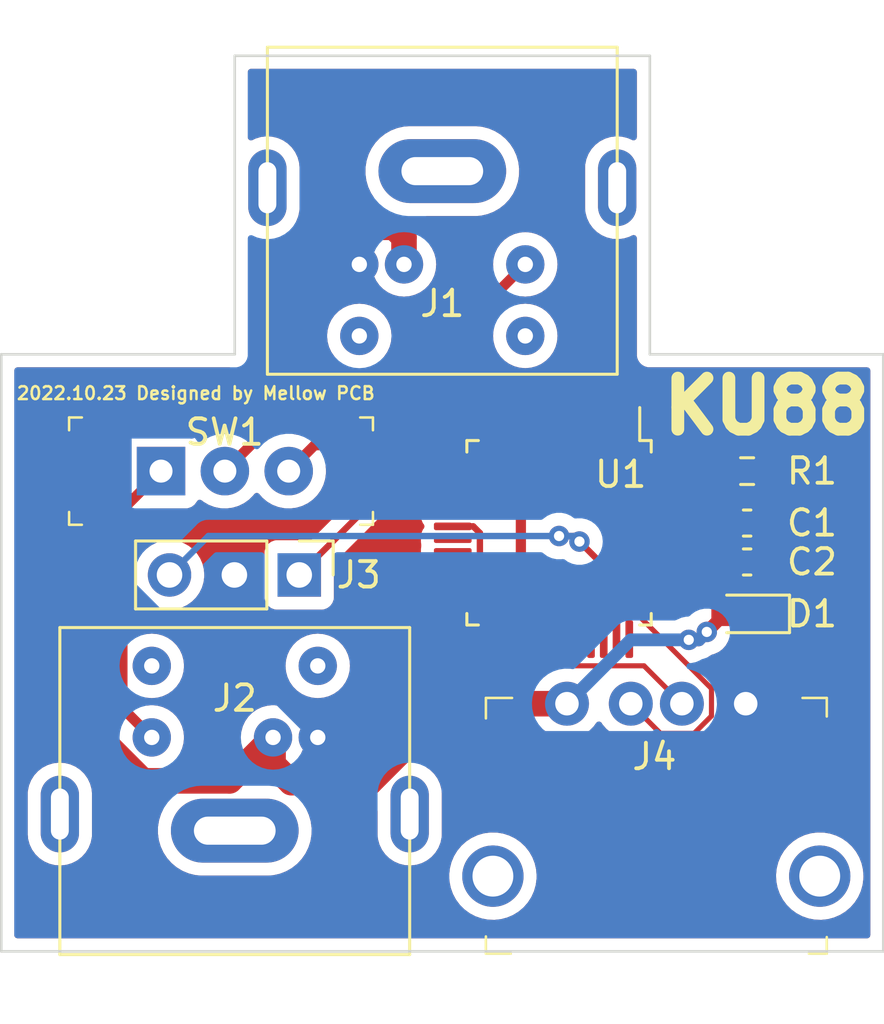
<source format=kicad_pcb>
(kicad_pcb (version 20211014) (generator pcbnew)
  (layers (0 "F.Cu" signal) (31 "B.Cu" signal) (34 "B.Paste" user) (35 "F.Paste" user) (36 "B.SilkS" user "B.Silkscreen") (37 "F.SilkS" user "F.Silkscreen") (38 "B.Mask" user) (39 "F.Mask" user) (44 "Edge.Cuts" user))
  (net 0 "")
  (net 1 "Net-(C1-Pad1)")
  (net 2 "GND")
  (net 3 "+5V")
  (net 4 "Net-(D1-Pad1)")
  (net 5 "/RXD")
  (net 8 "/RXD1")
  (net 11 "/BOOT")
  (net 12 "/TX")
  (net 13 "/D-")
  (net 14 "/D+")
  (net 15 "Net-(R1-Pad1)")
  (net 16 "/RX1")
  (footprint "Capacitor_SMD:C_0603_1608Metric_Pad1.08x0.95mm_HandSolder" (layer "F.Cu") (at 126.746 133.604)
    (fp_text reference "C1" (at 2.54 0) (layer "F.SilkS"))
    (fp_text value "4.7u")
    (fp_line (start -0.146267 0.51) (end 0.146267 0.51) (layer "F.SilkS") (width 0.12))
    (fp_line (start -0.146267 -0.51) (end 0.146267 -0.51) (layer "F.SilkS") (width 0.12))
    (pad "1" smd roundrect (at -0.8625 0) (size 1.075 0.95) (layers "F.Cu" "F.Paste" "F.Mask") (net 1 "Net-(C1-Pad1)"))
    (pad "2" smd roundrect (at 0.8625 0) (size 1.075 0.95) (layers "F.Cu" "F.Paste" "F.Mask") (net 2 "GND"))
  )
  (footprint "Package_QFP:LQFP-48_7x7mm_P0.5mm" (layer "F.Cu") (at 119.38 133.985 -90)
    (fp_text reference "U1" (at -2.286 -2.413 180) (layer "F.SilkS"))
    (fp_text value "CH559")
    (fp_line (start -3.61 -3.61) (end -3.61 -3.16) (layer "F.SilkS") (width 0.12))
    (fp_line (start -3.61 -3.16) (end -4.9 -3.16) (layer "F.SilkS") (width 0.12))
    (fp_line (start 3.61 -3.61) (end 3.61 -3.16) (layer "F.SilkS") (width 0.12))
    (fp_line (start 3.16 3.61) (end 3.61 3.61) (layer "F.SilkS") (width 0.12))
    (fp_line (start 3.61 3.61) (end 3.61 3.16) (layer "F.SilkS") (width 0.12))
    (fp_line (start -3.16 3.61) (end -3.61 3.61) (layer "F.SilkS") (width 0.12))
    (fp_line (start 3.16 -3.61) (end 3.61 -3.61) (layer "F.SilkS") (width 0.12))
    (fp_line (start -3.61 3.61) (end -3.61 3.16) (layer "F.SilkS") (width 0.12))
    (fp_line (start -3.16 -3.61) (end -3.61 -3.61) (layer "F.SilkS") (width 0.12))
    (pad "1" smd roundrect (at -4.1625 -2.75 270) (size 1.475 0.3) (layers "F.Cu" "F.Paste" "F.Mask"))
    (pad "2" smd roundrect (at -4.1625 -2.25 270) (size 1.475 0.3) (layers "F.Cu" "F.Paste" "F.Mask"))
    (pad "3" smd roundrect (at -4.1625 -1.75 270) (size 1.475 0.3) (layers "F.Cu" "F.Paste" "F.Mask"))
    (pad "4" smd roundrect (at -4.1625 -1.25 270) (size 1.475 0.3) (layers "F.Cu" "F.Paste" "F.Mask"))
    (pad "5" smd roundrect (at -4.1625 -0.75 270) (size 1.475 0.3) (layers "F.Cu" "F.Paste" "F.Mask"))
    (pad "6" smd roundrect (at -4.1625 -0.25 270) (size 1.475 0.3) (layers "F.Cu" "F.Paste" "F.Mask"))
    (pad "7" smd roundrect (at -4.1625 0.25 270) (size 1.475 0.3) (layers "F.Cu" "F.Paste" "F.Mask"))
    (pad "8" smd roundrect (at -4.1625 0.75 270) (size 1.475 0.3) (layers "F.Cu" "F.Paste" "F.Mask"))
    (pad "9" smd roundrect (at -4.1625 1.25 270) (size 1.475 0.3) (layers "F.Cu" "F.Paste" "F.Mask"))
    (pad "10" smd roundrect (at -4.1625 1.75 270) (size 1.475 0.3) (layers "F.Cu" "F.Paste" "F.Mask"))
    (pad "11" smd roundrect (at -4.1625 2.25 270) (size 1.475 0.3) (layers "F.Cu" "F.Paste" "F.Mask"))
    (pad "12" smd roundrect (at -4.1625 2.75 270) (size 1.475 0.3) (layers "F.Cu" "F.Paste" "F.Mask"))
    (pad "13" smd roundrect (at -2.75 4.1625 270) (size 0.3 1.475) (layers "F.Cu" "F.Paste" "F.Mask"))
    (pad "14" smd roundrect (at -2.25 4.1625 270) (size 0.3 1.475) (layers "F.Cu" "F.Paste" "F.Mask"))
    (pad "15" smd roundrect (at -1.75 4.1625 270) (size 0.3 1.475) (layers "F.Cu" "F.Paste" "F.Mask"))
    (pad "16" smd roundrect (at -1.25 4.1625 270) (size 0.3 1.475) (layers "F.Cu" "F.Paste" "F.Mask") (net 11 "/BOOT"))
    (pad "17" smd roundrect (at -0.75 4.1625 270) (size 0.3 1.475) (layers "F.Cu" "F.Paste" "F.Mask"))
    (pad "18" smd roundrect (at -0.25 4.1625 270) (size 0.3 1.475) (layers "F.Cu" "F.Paste" "F.Mask") (net 2 "GND"))
    (pad "19" smd roundrect (at 0.25 4.1625 270) (size 0.3 1.475) (layers "F.Cu" "F.Paste" "F.Mask"))
    (pad "20" smd roundrect (at 0.75 4.1625 270) (size 0.3 1.475) (layers "F.Cu" "F.Paste" "F.Mask"))
    (pad "21" smd roundrect (at 1.25 4.1625 270) (size 0.3 1.475) (layers "F.Cu" "F.Paste" "F.Mask"))
    (pad "22" smd roundrect (at 1.75 4.1625 270) (size 0.3 1.475) (layers "F.Cu" "F.Paste" "F.Mask"))
    (pad "23" smd roundrect (at 2.25 4.1625 270) (size 0.3 1.475) (layers "F.Cu" "F.Paste" "F.Mask"))
    (pad "24" smd roundrect (at 2.75 4.1625 270) (size 0.3 1.475) (layers "F.Cu" "F.Paste" "F.Mask"))
    (pad "25" smd roundrect (at 4.1625 2.75 270) (size 1.475 0.3) (layers "F.Cu" "F.Paste" "F.Mask"))
    (pad "26" smd roundrect (at 4.1625 2.25 270) (size 1.475 0.3) (layers "F.Cu" "F.Paste" "F.Mask"))
    (pad "27" smd roundrect (at 4.1625 1.75 270) (size 1.475 0.3) (layers "F.Cu" "F.Paste" "F.Mask") (net 16 "/RX1"))
    (pad "28" smd roundrect (at 4.1625 1.25 270) (size 1.475 0.3) (layers "F.Cu" "F.Paste" "F.Mask") (net 16 "/RX1"))
    (pad "29" smd roundrect (at 4.1625 0.75 270) (size 1.475 0.3) (layers "F.Cu" "F.Paste" "F.Mask"))
    (pad "30" smd roundrect (at 4.1625 0.25 270) (size 1.475 0.3) (layers "F.Cu" "F.Paste" "F.Mask"))
    (pad "31" smd roundrect (at 4.1625 -0.25 270) (size 1.475 0.3) (layers "F.Cu" "F.Paste" "F.Mask") (net 14 "/D+"))
    (pad "32" smd roundrect (at 4.1625 -0.75 270) (size 1.475 0.3) (layers "F.Cu" "F.Paste" "F.Mask") (net 13 "/D-"))
    (pad "33" smd roundrect (at 4.1625 -1.25 270) (size 1.475 0.3) (layers "F.Cu" "F.Paste" "F.Mask"))
    (pad "34" smd roundrect (at 4.1625 -1.75 270) (size 1.475 0.3) (layers "F.Cu" "F.Paste" "F.Mask"))
    (pad "35" smd roundrect (at 4.1625 -2.25 270) (size 1.475 0.3) (layers "F.Cu" "F.Paste" "F.Mask"))
    (pad "36" smd roundrect (at 4.1625 -2.75 270) (size 1.475 0.3) (layers "F.Cu" "F.Paste" "F.Mask"))
    (pad "37" smd roundrect (at 2.75 -4.1625 270) (size 0.3 1.475) (layers "F.Cu" "F.Paste" "F.Mask") (net 12 "/TX"))
    (pad "38" smd roundrect (at 2.25 -4.1625 270) (size 0.3 1.475) (layers "F.Cu" "F.Paste" "F.Mask"))
    (pad "39" smd roundrect (at 1.75 -4.1625 270) (size 0.3 1.475) (layers "F.Cu" "F.Paste" "F.Mask"))
    (pad "40" smd roundrect (at 1.25 -4.1625 270) (size 0.3 1.475) (layers "F.Cu" "F.Paste" "F.Mask"))
    (pad "41" smd roundrect (at 0.75 -4.1625 270) (size 0.3 1.475) (layers "F.Cu" "F.Paste" "F.Mask") (net 3 "+5V"))
    (pad "42" smd roundrect (at 0.25 -4.1625 270) (size 0.3 1.475) (layers "F.Cu" "F.Paste" "F.Mask") (net 1 "Net-(C1-Pad1)"))
    (pad "43" smd roundrect (at -0.25 -4.1625 270) (size 0.3 1.475) (layers "F.Cu" "F.Paste" "F.Mask"))
    (pad "44" smd roundrect (at -0.75 -4.1625 270) (size 0.3 1.475) (layers "F.Cu" "F.Paste" "F.Mask"))
    (pad "45" smd roundrect (at -1.25 -4.1625 270) (size 0.3 1.475) (layers "F.Cu" "F.Paste" "F.Mask"))
    (pad "46" smd roundrect (at -1.75 -4.1625 270) (size 0.3 1.475) (layers "F.Cu" "F.Paste" "F.Mask"))
    (pad "47" smd roundrect (at -2.25 -4.1625 270) (size 0.3 1.475) (layers "F.Cu" "F.Paste" "F.Mask") (net 15 "Net-(R1-Pad1)"))
    (pad "48" smd roundrect (at -2.75 -4.1625 270) (size 0.3 1.475) (layers "F.Cu" "F.Paste" "F.Mask"))
  )
  (footprint "Diode_SMD:D_0603_1608Metric_Pad1.05x0.95mm_HandSolder" (layer "F.Cu") (at 126.746 137.16 180)
    (fp_text reference "D1" (at -2.54 0) (layer "F.SilkS"))
    (fp_text value "LED")
    (fp_line (start -1.66 0.735) (end 0.8 0.735) (layer "F.SilkS") (width 0.12))
    (fp_line (start 0.8 -0.735) (end -1.66 -0.735) (layer "F.SilkS") (width 0.12))
    (fp_line (start -1.66 -0.735) (end -1.66 0.735) (layer "F.SilkS") (width 0.12))
    (pad "1" smd roundrect (at -0.875 0 180) (size 1.05 0.95) (layers "F.Cu" "F.Paste" "F.Mask") (net 4 "Net-(D1-Pad1)"))
    (pad "2" smd roundrect (at 0.875 0 180) (size 1.05 0.95) (layers "F.Cu" "F.Paste" "F.Mask") (net 3 "+5V"))
  )
  (footprint "Resistor_SMD:R_0603_1608Metric_Pad0.98x0.95mm_HandSolder" (layer "F.Cu") (at 126.746 131.572)
    (fp_text reference "R1" (at 2.54 0) (layer "F.SilkS"))
    (fp_text value "1K")
    (fp_line (start -0.254724 -0.5225) (end 0.254724 -0.5225) (layer "F.SilkS") (width 0.12))
    (fp_line (start -0.254724 0.5225) (end 0.254724 0.5225) (layer "F.SilkS") (width 0.12))
    (pad "1" smd roundrect (at -0.9125 0) (size 0.975 0.95) (layers "F.Cu" "F.Paste" "F.Mask") (net 15 "Net-(R1-Pad1)"))
    (pad "2" smd roundrect (at 0.9125 0) (size 0.975 0.95) (layers "F.Cu" "F.Paste" "F.Mask") (net 4 "Net-(D1-Pad1)"))
  )
  (footprint "Capacitor_SMD:C_0603_1608Metric_Pad1.08x0.95mm_HandSolder" (layer "F.Cu") (at 126.746 135.128)
    (fp_text reference "C2" (at 2.54 0) (layer "F.SilkS"))
    (fp_text value "100n")
    (fp_line (start -0.146267 0.51) (end 0.146267 0.51) (layer "F.SilkS") (width 0.12))
    (fp_line (start -0.146267 -0.51) (end 0.146267 -0.51) (layer "F.SilkS") (width 0.12))
    (pad "1" smd roundrect (at -0.8625 0) (size 1.075 0.95) (layers "F.Cu" "F.Paste" "F.Mask") (net 3 "+5V"))
    (pad "2" smd roundrect (at 0.8625 0) (size 1.075 0.95) (layers "F.Cu" "F.Paste" "F.Mask") (net 2 "GND"))
  )
  (footprint "toyoshim:Mini-DIN 5 Pin Connector" (layer "F.Cu") (at 106.68 150.495)
    (fp_text reference "J2" (at 0 -10.033 unlocked) (layer "F.SilkS"))
    (fp_text value "Mini-DIN-5")
    (fp_line (start 6.85 0) (end 6.85 -12.8) (layer "F.SilkS") (width 0.12))
    (fp_line (start -6.85 -12.8) (end 6.85 -12.8) (layer "F.SilkS") (width 0.12))
    (fp_line (start -6.85 0) (end -6.85 -12.8) (layer "F.SilkS") (width 0.12))
    (fp_line (start -6.85 0) (end 6.85 0) (layer "F.SilkS") (width 0.12))
    (pad "" thru_hole oval (at 0 -4.85) (size 5 2.5) (drill oval 3.2 1.1) (layers *.Cu *.Mask))
    (pad "" thru_hole oval (at -6.85 -5.5) (size 1.5 3) (drill oval 0.7 2) (layers *.Cu *.Mask))
    (pad "" thru_hole oval (at 6.85 -5.5) (size 1.5 3) (drill oval 0.7 2) (layers *.Cu *.Mask))
    (pad "1" thru_hole circle (at 1.5 -8.5) (size 1.5 1.5) (drill 0.6) (layers *.Cu *.Mask) (net 3 "+5V"))
    (pad "2" thru_hole circle (at 3.25 -8.5) (size 1.5 1.5) (drill 0.6) (layers *.Cu *.Mask) (net 2 "GND"))
    (pad "3" thru_hole circle (at -3.25 -8.5) (size 1.5 1.5) (drill 0.6) (layers *.Cu *.Mask) (net 8 "/RXD1"))
    (pad "4" thru_hole circle (at 3.25 -11.3) (size 1.5 1.5) (drill 0.6) (layers *.Cu *.Mask))
    (pad "5" thru_hole circle (at -3.25 -11.3) (size 1.5 1.5) (drill 0.6) (layers *.Cu *.Mask))
  )
  (footprint "toyoshim:Mini-DIN 5 Pin Connector" (layer "F.Cu") (at 114.808 114.98 180)
    (fp_text reference "J1" (at 0 -10.033 unlocked) (layer "F.SilkS"))
    (fp_text value "PC88 KEY CONN")
    (fp_line (start -6.85 0) (end 6.85 0) (layer "F.SilkS") (width 0.12))
    (fp_line (start 6.85 0) (end 6.85 -12.8) (layer "F.SilkS") (width 0.12))
    (fp_line (start -6.85 -12.8) (end 6.85 -12.8) (layer "F.SilkS") (width 0.12))
    (fp_line (start -6.85 0) (end -6.85 -12.8) (layer "F.SilkS") (width 0.12))
    (pad "" thru_hole oval (at -6.85 -5.5 180) (size 1.5 3) (drill oval 0.7 2) (layers *.Cu *.Mask))
    (pad "" thru_hole oval (at 0 -4.85 180) (size 5 2.5) (drill oval 3.2 1.1) (layers *.Cu *.Mask))
    (pad "" thru_hole oval (at 6.85 -5.5 180) (size 1.5 3) (drill oval 0.7 2) (layers *.Cu *.Mask))
    (pad "1" thru_hole circle (at 1.5 -8.5 180) (size 1.5 1.5) (drill 0.6) (layers *.Cu *.Mask) (net 3 "+5V"))
    (pad "2" thru_hole circle (at 3.25 -8.5 180) (size 1.5 1.5) (drill 0.6) (layers *.Cu *.Mask) (net 2 "GND"))
    (pad "3" thru_hole circle (at -3.25 -8.5 180) (size 1.5 1.5) (drill 0.6) (layers *.Cu *.Mask) (net 5 "/RXD"))
    (pad "4" thru_hole circle (at 3.25 -11.3 180) (size 1.5 1.5) (drill 0.6) (layers *.Cu *.Mask))
    (pad "5" thru_hole circle (at -3.25 -11.3 180) (size 1.5 1.5) (drill 0.6) (layers *.Cu *.Mask))
  )
  (footprint "Connector_PinHeader_2.54mm:PinHeader_1x03_P2.54mm_Vertical" (layer "F.Cu") (at 109.205 135.636 -90)
    (fp_text reference "J3" (at 0 -2.33 180) (layer "F.SilkS"))
    (fp_text value "Conn_01x03")
    (fp_line (start 1.33 1.27) (end 1.33 6.41) (layer "F.SilkS") (width 0.12))
    (fp_line (start -1.33 0) (end -1.33 -1.33) (layer "F.SilkS") (width 0.12))
    (fp_line (start -1.33 -1.33) (end 0 -1.33) (layer "F.SilkS") (width 0.12))
    (fp_line (start -1.33 6.41) (end 1.33 6.41) (layer "F.SilkS") (width 0.12))
    (fp_line (start -1.33 1.27) (end 1.33 1.27) (layer "F.SilkS") (width 0.12))
    (fp_line (start -1.33 1.27) (end -1.33 6.41) (layer "F.SilkS") (width 0.12))
    (pad "1" thru_hole rect (at 0 0 270) (size 1.7 1.7) (drill 1) (layers *.Cu *.Mask) (net 11 "/BOOT"))
    (pad "2" thru_hole oval (at 0 2.54 270) (size 1.7 1.7) (drill 1) (layers *.Cu *.Mask) (net 2 "GND"))
    (pad "3" thru_hole oval (at 0 5.08 270) (size 1.7 1.7) (drill 1) (layers *.Cu *.Mask) (net 12 "/TX"))
  )
  (footprint "toyoshim:USB_A_Female_USB-AF-DIP-154-HW-S" (layer "F.Cu") (at 123.19 143.385)
    (fp_text reference "J4" (at -0.075 -0.637) (layer "F.SilkS"))
    (fp_text value "USB_A")
    (fp_line (start -6.675 -2.935) (end -6.675 -2.135) (layer "F.SilkS") (width 0.1))
    (fp_line (start -5.65 -2.935) (end -6.675 -2.935) (layer "F.SilkS") (width 0.1))
    (fp_line (start -6.675 7.075) (end -6.675 6.4) (layer "F.SilkS") (width 0.1))
    (fp_line (start -5.7 7.075) (end -6.675 7.075) (layer "F.SilkS") (width 0.1))
    (fp_line (start 6.675 6.425) (end 6.675 7.075) (layer "F.SilkS") (width 0.1))
    (fp_line (start 5.725 -2.935) (end 6.675 -2.935) (layer "F.SilkS") (width 0.1))
    (fp_line (start 6.675 7.075) (end 5.975 7.075) (layer "F.SilkS") (width 0.1))
    (fp_line (start 6.675 -2.935) (end 6.675 -2.21) (layer "F.SilkS") (width 0.1))
    (pad "1" thru_hole circle (at -3.5 -2.71) (size 1.72 1.72) (drill 0.92) (layers *.Cu *.Mask) (net 3 "+5V"))
    (pad "2" thru_hole circle (at -1 -2.71) (size 1.72 1.72) (drill 0.92) (layers *.Cu *.Mask) (net 13 "/D-"))
    (pad "3" thru_hole circle (at 1 -2.71) (size 1.72 1.72) (drill 0.92) (layers *.Cu *.Mask) (net 14 "/D+"))
    (pad "4" thru_hole circle (at 3.5 -2.71) (size 1.72 1.72) (drill 0.92) (layers *.Cu *.Mask) (net 2 "GND"))
    (pad "SH" thru_hole circle (at -6.4 4.04) (size 2.4 2.4) (drill 1.6) (layers *.Cu *.Mask))
    (pad "SH" thru_hole circle (at 6.4 4.04) (size 2.4 2.4) (drill 1.6) (layers *.Cu *.Mask))
  )
  (footprint "digikey:Switch_Slide_11.6x4mm_EG1218" (layer "F.Cu") (at 103.792 131.572)
    (fp_text reference "SW1" (at 2.49 -1.524) (layer "F.SilkS"))
    (fp_text value "SW_SPDT")
    (fp_line (start -3.6 2.1) (end -3.1 2.1) (layer "F.SilkS") (width 0.1))
    (fp_line (start -3.6 2.1) (end -3.6 1.6) (layer "F.SilkS") (width 0.1))
    (fp_line (start 8.3 -2.1) (end 7.8 -2.1) (layer "F.SilkS") (width 0.1))
    (fp_line (start -3.6 -2.1) (end -3.1 -2.1) (layer "F.SilkS") (width 0.1))
    (fp_line (start 8.3 -2.1) (end 8.3 -1.6) (layer "F.SilkS") (width 0.1))
    (fp_line (start -3.6 -2.1) (end -3.6 -1.6) (layer "F.SilkS") (width 0.1))
    (fp_line (start 8.3 2.1) (end 8.3 1.6) (layer "F.SilkS") (width 0.1))
    (fp_line (start 8.3 2.1) (end 7.8 2.1) (layer "F.SilkS") (width 0.1))
    (pad "1" thru_hole rect locked (at 0 0) (size 1.9 1.9) (drill 0.9) (layers *.Cu *.Mask) (net 8 "/RXD1"))
    (pad "2" thru_hole circle locked (at 2.5 0) (size 1.9 1.9) (drill 0.9) (layers *.Cu *.Mask) (net 5 "/RXD"))
    (pad "3" thru_hole circle locked (at 5 0) (size 1.9 1.9) (drill 0.9) (layers *.Cu *.Mask) (net 16 "/RX1"))
  )
  (gr_line (start 106.68 127) (end 97.536 127) (layer "Edge.Cuts") (width 0.1))
  (gr_line (start 106.68 115.316) (end 122.936 115.316) (layer "Edge.Cuts") (width 0.1))
  (gr_line (start 132.08 150.368) (end 97.536 150.368) (layer "Edge.Cuts") (width 0.1))
  (gr_line (start 122.936 127) (end 132.08 127) (layer "Edge.Cuts") (width 0.1))
  (gr_line (start 97.536 150.368) (end 97.536 127) (layer "Edge.Cuts") (width 0.1))
  (gr_line (start 132.08 127) (end 132.08 150.368) (layer "Edge.Cuts") (width 0.1))
  (gr_line (start 106.68 115.316) (end 106.68 127) (layer "Edge.Cuts") (width 0.1))
  (gr_line (start 122.936 115.316) (end 122.936 127) (layer "Edge.Cuts") (width 0.1))
  (gr_text "KU88" (at 127.508 129.032) (layer "F.SilkS") (effects (font (size 2 2) (thickness 0.5))))
  (gr_text "2022.10.23 Designed by Mellow PCB" (at 105.156 128.524) (layer "F.SilkS") (effects (font (size 0.5 0.5) (thickness 0.1))))
  (segment (start 125.8835 133.604) (end 125.2525 134.235) (width 0.25) (layer "F.Cu") (net 1))
  (segment (start 125.2525 134.235) (end 123.5425 134.235) (width 0.25) (layer "F.Cu") (net 1))
  (segment (start 116.020685 133.735) (end 115.2175 133.735) (width 0.25) (layer "F.Cu") (net 2))
  (segment (start 127.6085 135.128) (end 128.596 136.1155) (width 0.5) (layer "F.Cu") (net 2))
  (segment (start 116.28 133.994315) (end 116.020685 133.735) (width 0.25) (layer "F.Cu") (net 2))
  (segment (start 109.93 141.995) (end 111.479315 141.995) (width 0.25) (layer "F.Cu") (net 2))
  (segment (start 116.28 137.194315) (end 116.28 133.994315) (width 0.25) (layer "F.Cu") (net 2))
  (segment (start 128.596 136.1155) (end 128.596 138.769) (width 0.5) (layer "F.Cu") (net 2))
  (segment (start 128.596 138.769) (end 126.69 140.675) (width 0.5) (layer "F.Cu") (net 2))
  (segment (start 127.6085 133.604) (end 127.6085 135.128) (width 0.5) (layer "F.Cu") (net 2))
  (segment (start 111.479315 141.995) (end 116.28 137.194315) (width 0.25) (layer "F.Cu") (net 2))
  (segment (start 106.665 135.636) (end 106.665 138.73) (width 0.5) (layer "B.Cu") (net 2))
  (segment (start 104.633 137.668) (end 106.665 135.636) (width 0.5) (layer "B.Cu") (net 2))
  (segment (start 104.99 130.048) (end 102.516 130.048) (width 0.5) (layer "B.Cu") (net 2))
  (segment (start 125.37 141.995) (end 126.69 140.675) (width 0.5) (layer "B.Cu") (net 2))
  (segment (start 102.516 130.048) (end 102.392 130.172) (width 0.5) (layer "B.Cu") (net 2))
  (segment (start 106.665 138.73) (end 109.93 141.995) (width 0.5) (layer "B.Cu") (net 2))
  (segment (start 102.392 130.172) (end 102.392 135.92) (width 0.5) (layer "B.Cu") (net 2))
  (segment (start 111.558 123.48) (end 104.99 130.048) (width 0.5) (layer "B.Cu") (net 2))
  (segment (start 109.93 141.995) (end 125.37 141.995) (width 0.5) (layer "B.Cu") (net 2))
  (segment (start 102.392 135.92) (end 104.14 137.668) (width 0.5) (layer "B.Cu") (net 2))
  (segment (start 104.14 137.668) (end 104.633 137.668) (width 0.5) (layer "B.Cu") (net 2))
  (segment (start 108.712 127) (end 108.712 123.952) (width 1) (layer "F.Cu") (net 3))
  (segment (start 115.04939 140.675) (end 119.69 140.675) (width 1) (layer "F.Cu") (net 3))
  (segment (start 110.634 122.03) (end 112.91866 122.03) (width 1) (layer "F.Cu") (net 3))
  (segment (start 113.308 122.41934) (end 113.308 123.48) (width 1) (layer "F.Cu") (net 3))
  (segment (start 108.18 143.05566) (end 108.88834 143.764) (width 1) (layer "F.Cu") (net 3))
  (segment (start 100.584 141.19961) (end 100.584 131.064) (width 1) (layer "F.Cu") (net 3))
  (segment (start 108.712 123.952) (end 110.634 122.03) (width 1) (layer "F.Cu") (net 3))
  (segment (start 125.871 137.16) (end 125.1655 137.8655) (width 0.5) (layer "F.Cu") (net 3))
  (segment (start 125.8835 135.128) (end 125.8835 137.1475) (width 0.5) (layer "F.Cu") (net 3))
  (segment (start 106.172 129.54) (end 108.712 127) (width 1) (layer "F.Cu") (net 3))
  (segment (start 108.88834 143.764) (end 111.96039 143.764) (width 1) (layer "F.Cu") (net 3))
  (segment (start 103.07939 143.695) (end 100.584 141.19961) (width 1) (layer "F.Cu") (net 3))
  (segment (start 125.1655 137.8655) (end 124.855 138.176) (width 0.5) (layer "F.Cu") (net 3))
  (segment (start 112.91866 122.03) (end 113.308 122.41934) (width 1) (layer "F.Cu") (net 3))
  (segment (start 108.18 141.995) (end 106.48 143.695) (width 1) (layer "F.Cu") (net 3))
  (segment (start 124.855 138.176) (end 124.46 138.176) (width 0.5) (layer "F.Cu") (net 3))
  (segment (start 106.48 143.695) (end 103.07939 143.695) (width 1) (layer "F.Cu") (net 3))
  (segment (start 125.8835 135.128) (end 125.4905 134.735) (width 0.25) (layer "F.Cu") (net 3))
  (segment (start 108.18 141.995) (end 108.18 143.05566) (width 1) (layer "F.Cu") (net 3))
  (segment (start 102.108 129.54) (end 106.172 129.54) (width 1) (layer "F.Cu") (net 3))
  (segment (start 125.8835 137.1475) (end 125.871 137.16) (width 0.5) (layer "F.Cu") (net 3))
  (segment (start 100.584 131.064) (end 102.108 129.54) (width 1) (layer "F.Cu") (net 3))
  (segment (start 125.4905 134.735) (end 123.5425 134.735) (width 0.25) (layer "F.Cu") (net 3))
  (segment (start 111.96039 143.764) (end 115.04939 140.675) (width 1) (layer "F.Cu") (net 3))
  (via (at 124.46 138.176) (size 0.8) (drill 0.4) (layers "F.Cu" "B.Cu") (net 3))
  (via (at 125.1655 137.8655) (size 0.8) (drill 0.4) (layers "F.Cu" "B.Cu") (net 3))
  (segment (start 119.69 140.675) (end 122.189 138.176) (width 0.5) (layer "B.Cu") (net 3))
  (segment (start 124.855 138.176) (end 125.1655 137.8655) (width 0.5) (layer "B.Cu") (net 3))
  (segment (start 122.189 138.176) (end 124.46 138.176) (width 0.5) (layer "B.Cu") (net 3))
  (segment (start 124.46 138.176) (end 124.855 138.176) (width 0.5) (layer "B.Cu") (net 3))
  (segment (start 127.6585 131.572) (end 126.746 132.4845) (width 0.25) (layer "F.Cu") (net 4))
  (segment (start 126.746 136.285) (end 127.621 137.16) (width 0.25) (layer "F.Cu") (net 4))
  (segment (start 126.746 132.4845) (end 126.746 136.285) (width 0.25) (layer "F.Cu") (net 4))
  (segment (start 115.824 125.714) (end 118.058 123.48) (width 0.4) (layer "F.Cu") (net 5))
  (segment (start 115.824 127) (end 115.824 125.714) (width 0.4) (layer "F.Cu") (net 5))
  (segment (start 109.848 128.016) (end 114.808 128.016) (width 0.4) (layer "F.Cu") (net 5))
  (segment (start 106.292 131.572) (end 109.848 128.016) (width 0.4) (layer "F.Cu") (net 5))
  (segment (start 114.808 128.016) (end 115.824 127) (width 0.4) (layer "F.Cu") (net 5))
  (segment (start 102.28 140.845) (end 103.43 141.995) (width 0.4) (layer "F.Cu") (net 8))
  (segment (start 102.28 133.084) (end 102.28 140.845) (width 0.4) (layer "F.Cu") (net 8))
  (segment (start 103.792 131.572) (end 102.28 133.084) (width 0.4) (layer "F.Cu") (net 8))
  (segment (start 112.106 132.735) (end 109.205 135.636) (width 0.25) (layer "F.Cu") (net 11))
  (segment (start 115.2175 132.735) (end 112.106 132.735) (width 0.25) (layer "F.Cu") (net 11))
  (segment (start 123.5425 136.735) (end 122.585665 136.735) (width 0.25) (layer "F.Cu") (net 12))
  (segment (start 119.962665 134.112) (end 119.38 134.112) (width 0.25) (layer "F.Cu") (net 12))
  (segment (start 120.179332 134.328668) (end 119.962665 134.112) (width 0.25) (layer "F.Cu") (net 12))
  (segment (start 122.585665 136.735) (end 120.179332 134.328668) (width 0.25) (layer "F.Cu") (net 12))
  (via (at 120.179332 134.328668) (size 0.8) (drill 0.4) (layers "F.Cu" "B.Cu") (net 12))
  (via (at 119.38 134.112) (size 0.8) (drill 0.4) (layers "F.Cu" "B.Cu") (net 12))
  (segment (start 119.962664 134.112) (end 120.179332 134.328668) (width 0.25) (layer "B.Cu") (net 12))
  (segment (start 119.38 134.112) (end 119.962664 134.112) (width 0.25) (layer "B.Cu") (net 12))
  (segment (start 119.38 134.112) (end 105.649 134.112) (width 0.25) (layer "B.Cu") (net 12))
  (segment (start 105.649 134.112) (end 104.125 135.636) (width 0.25) (layer "B.Cu") (net 12))
  (segment (start 123.35 141.835) (end 122.19 140.675) (width 0.2) (layer "F.Cu") (net 13))
  (segment (start 125.35 141.155488) (end 124.670488 141.835) (width 0.2) (layer "F.Cu") (net 13))
  (segment (start 120.39967 137.11) (end 122.378 137.11) (width 0.2) (layer "F.Cu") (net 13))
  (segment (start 125.35 140.082) (end 125.35 141.155488) (width 0.2) (layer "F.Cu") (net 13))
  (segment (start 122.378 137.11) (end 125.35 140.082) (width 0.2) (layer "F.Cu") (net 13))
  (segment (start 120.13 138.1475) (end 120.13 137.37967) (width 0.2) (layer "F.Cu") (net 13))
  (segment (start 120.13 137.37967) (end 120.39967 137.11) (width 0.2) (layer "F.Cu") (net 13))
  (segment (start 124.670488 141.835) (end 123.35 141.835) (width 0.2) (layer "F.Cu") (net 13))
  (segment (start 122.707 139.192) (end 124.19 140.675) (width 0.2) (layer "F.Cu") (net 14))
  (segment (start 119.90667 139.192) (end 122.707 139.192) (width 0.2) (layer "F.Cu") (net 14))
  (segment (start 119.63 138.91533) (end 119.90667 139.192) (width 0.2) (layer "F.Cu") (net 14))
  (segment (start 119.63 138.1475) (end 119.63 138.91533) (width 0.2) (layer "F.Cu") (net 14))
  (segment (start 123.5425 131.735) (end 125.6705 131.735) (width 0.25) (layer "F.Cu") (net 15))
  (segment (start 125.6705 131.735) (end 125.8335 131.572) (width 0.25) (layer "F.Cu") (net 15))
  (segment (start 117.8845 138.1475) (end 117.63 138.1475) (width 0.25) (layer "F.Cu") (net 16))
  (segment (start 115.954249 130.556) (end 109.808 130.556) (width 0.4) (layer "F.Cu") (net 16))
  (segment (start 118.13 138.1475) (end 117.8845 138.1475) (width 0.25) (layer "F.Cu") (net 16))
  (segment (start 117.8845 138.1475) (end 117.8845 132.486251) (width 0.4) (layer "F.Cu") (net 16))
  (segment (start 117.8845 132.486251) (end 115.954249 130.556) (width 0.4) (layer "F.Cu") (net 16))
  (segment (start 109.808 130.556) (end 108.792 131.572) (width 0.4) (layer "F.Cu") (net 16))
  (zone (net 2) (net_name "GND") (layers F&B.Cu) (connect_pads yes (clearance 0.508)) (min_thickness 0.254) (fill yes (thermal_gap 0.508) (thermal_bridge_width 0.508))
    (polygon (pts (xy 132.08 150.368) (xy 97.536 150.368) (xy 97.536 115.316) (xy 132.08 115.316)))
  )
)
</source>
